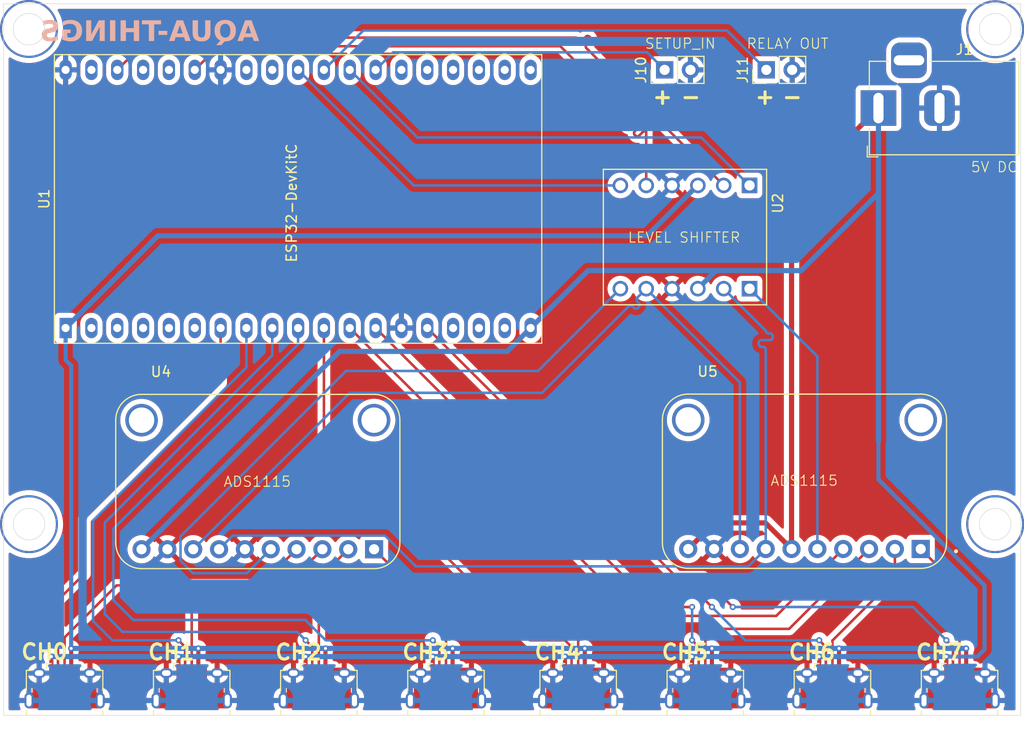
<source format=kicad_pcb>
(kicad_pcb (version 20240108) (generator "pcbnew") (generator_version "8.0")
  (layers (0 "F.Cu" signal) (31 "B.Cu" signal) (34 "B.Paste" user) (35 "F.Paste" user) (36 "B.SilkS" user "B.Silkscreen") (37 "F.SilkS" user "F.Silkscreen") (38 "B.Mask" user) (39 "F.Mask" user) (44 "Edge.Cuts" user))
  (net 0 "")
  (net 3 "/GND")
  (net 10 "/10")
  (net 20 "/SDA")
  (net 21 "/SCL")
  (net 22 "/5V")
  (net 23 "/3V3")
  (net 24 "/~{EN0}")
  (net 25 "/A0")
  (net 26 "/~{EN1}")
  (net 27 "/A1")
  (net 28 "/~{EN2}")
  (net 29 "/A2")
  (net 30 "/A3")
  (net 31 "/~{EN3}")
  (net 32 "/A4")
  (net 33 "/~{EN4}")
  (net 34 "/~{EN6}")
  (net 35 "/A6")
  (net 36 "/A5")
  (net 37 "/~{EN5}")
  (net 38 "/A7")
  (net 39 "/~{EN7}")
  (net 40 "/ALRT2_H")
  (net 41 "/ALRT1")
  (net 42 "/ALRT1_H")
  (net 43 "/SETUP_IN")
  (net 44 "/ACTUATE_OUT")
  (net 45 "/ALRT2")
  (net 46 "/SDA_H")
  (net 47 "/SCL_H")
  (footprint "Connector_PinHeader_2.54mm:PinHeader_1x02_P2.54mm_Vertical" (layer "F.Cu") (at 100 31.5 90)
    (property "Reference" "J11")
    (property "Value" "Pin Header" (hide yes))
  )
  (footprint "Connector_USB:USB_Micro-B_Amphenol_10118194_Horizontal" (layer "F.Cu") (at 56 92.25)
    (property "Reference" "J4" (hide yes))
    (property "Value" "CH2")
  )
  (footprint "Connector_USB:USB_Micro-B_Amphenol_10118194_Horizontal" (layer "F.Cu") (at 106.5 92.25)
    (property "Reference" "J8" (hide yes))
    (property "Value" "CH6")
  )
  (footprint "Connector_USB:USB_Micro-B_Amphenol_10118194_Horizontal" (layer "F.Cu") (at 119 92.25)
    (property "Reference" "J9" (hide yes))
    (property "Value" "CH7")
  )
  (footprint "Connector_USB:USB_Micro-B_Amphenol_10118194_Horizontal" (layer "F.Cu") (at 31 92.25)
    (property "Reference" "J2" (hide yes))
    (property "Value" "CH0")
  )
  (footprint "Connector_USB:USB_Micro-B_Amphenol_10118194_Horizontal" (layer "F.Cu") (at 81.5 92.25)
    (property "Reference" "J6" (hide yes))
    (property "Value" "CH4")
  )
  (footprint "PCM_Espressif:ESP32-DevKitC" (layer "F.Cu") (at 30 30 90)
    (property "Reference" "U1")
    (property "Value" "ESP32-DevKitC")
  )
  (footprint "Connector_USB:USB_Micro-B_Amphenol_10118194_Horizontal" (layer "F.Cu") (at 43.5 92.25)
    (property "Reference" "J3" (hide yes))
    (property "Value" "CH1")
  )
  (footprint "Connector_USB:USB_Micro-B_Amphenol_10118194_Horizontal" (layer "F.Cu") (at 94 92.25)
    (property "Reference" "J7" (hide yes))
    (property "Value" "CH5")
  )
  (footprint "Connector_BarrelJack:BarrelJack_Horizontal" (layer "F.Cu") (at 111.025 35.2575 180)
    (property "Reference" "J1")
    (property "Value" "DC 5V" (hide yes))
  )
  (footprint "Connector_PinHeader_2.54mm:PinHeader_1x02_P2.54mm_Vertical" (layer "F.Cu") (at 90 31.5 90)
    (property "Reference" "J10")
    (property "Value" "Pin Header" (hide yes))
  )
  (footprint "BOB-12009:CONV_BOB-12009" (layer "F.Cu") (at 92 47.95 -90)
    (property "Reference" "U2")
    (property "Value" "I2C LVL SHIFTER" (hide yes))
  )
  (footprint "ZC261500:MODULE_ZC261500" (layer "F.Cu") (at 103.75 71.975)
    (property "Reference" "U5")
    (property "Value" "ADS1115")
  )
  (footprint "Connector_USB:USB_Micro-B_Amphenol_10118194_Horizontal" (layer "F.Cu") (at 68.5 92.25)
    (property "Reference" "J5" (hide yes))
    (property "Value" "CH3")
  )
  (footprint "ZC261500:MODULE_ZC261500" (layer "F.Cu") (at 50 72)
    (property "Reference" "U4")
    (property "Value" "ADS1115")
  )
  (gr_circle (center 27.5 27.475) (end 30.25 27.475) (stroke (width 0.2)) (fill none) (layer "F.Cu"))
  (gr_circle (center 122.5 76.2) (end 125.25 76.2) (stroke (width 0.2)) (fill none) (layer "F.Cu"))
  (gr_circle (center 27.5 76.2) (end 30.25 76.2) (stroke (width 0.2)) (fill none) (layer "F.Cu"))
  (gr_circle (center 122.5 27.5) (end 125.25 27.5) (stroke (width 0.2)) (fill none) (layer "F.Cu"))
  (gr_circle (center 27.5 27.475) (end 24.75 27.475) (stroke (width 0.2)) (fill none) (layer "B.Cu"))
  (gr_circle (center 27.5 76.2) (end 24.75 76.2) (stroke (width 0.2)) (fill none) (layer "B.Cu"))
  (gr_circle (center 122.5 76.2) (end 119.75 76.2) (stroke (width 0.2)) (fill none) (layer "B.Cu"))
  (gr_circle (center 122.5 27.5) (end 119.75 27.5) (stroke (width 0.2)) (fill none) (layer "B.Cu"))
  (gr_rect (start 25 25) (end 125 95) (stroke (width 0.05)) (fill none) (layer "Edge.Cuts"))
  (gr_circle (center 122.5 76.2) (end 120.949798 76.2) (stroke (width 0.05)) (fill none) (layer "Edge.Cuts"))
  (gr_circle (center 27.5 27.5) (end 25.95 27.5) (stroke (width 0.05)) (fill none) (layer "Edge.Cuts"))
  (gr_circle (center 122.5 27.5) (end 120.95 27.525) (stroke (width 0.05)) (fill none) (layer "Edge.Cuts"))
  (gr_circle (center 27.5 76.2) (end 25.95 76.2) (stroke (width 0.05)) (fill none) (layer "Edge.Cuts"))
  (gr_text "AQUA-THINGS" (at 50.15 29 -0) (layer "B.SilkS") (effects (font (size 2 2) (thickness 0.1)) (justify left bottom mirror)))
  (gr_text "CH5" (at 89.55 89.675 0) (layer "F.SilkS") (effects (font (size 1.5 1.5) (thickness 0.3) (bold yes)) (justify left bottom)))
  (gr_text "CH7" (at 114.55 89.675 0) (layer "F.SilkS") (effects (font (size 1.5 1.5) (thickness 0.3) (bold yes)) (justify left bottom)))
  (gr_text "ADS1115" (at 100.35 72.5 -0) (layer "F.SilkS") (effects (font (size 1 1) (thickness 0.1)) (justify left bottom)))
  (gr_text "+" (at 101 35 0) (layer "F.SilkS") (effects (font (size 1.5 1.5) (thickness 0.3) (bold yes)) (justify left bottom mirror)))
  (gr_text "5V DC" (at 120.05 41.65 -0) (layer "F.SilkS") (effects (font (size 1 1) (thickness 0.1)) (justify left bottom)))
  (gr_text "SETUP_IN\n" (at 88 29.5 0) (layer "F.SilkS") (effects (font (size 1 1) (thickness 0.1)) (justify left bottom)))
  (gr_text "-" (at 103.675 35 0) (layer "F.SilkS") (effects (font (size 1.5 1.5) (thickness 0.3) (bold yes)) (justify left bottom mirror)))
  (gr_text "CH3" (at 64.05 89.675 0) (layer "F.SilkS") (effects (font (size 1.5 1.5) (thickness 0.3) (bold yes)) (justify left bottom)))
  (gr_text "CH4" (at 77.05 89.675 0) (layer "F.SilkS") (effects (font (size 1.5 1.5) (thickness 0.3) (bold yes)) (justify left bottom)))
  (gr_text "LEVEL SHIFTER" (at 86.325 48.575 -0) (layer "F.SilkS") (effects (font (size 1 1) (thickness 0.1)) (justify left bottom)))
  (gr_text "CH0" (at 26.575 89.65 0) (layer "F.SilkS") (effects (font (size 1.5 1.5) (thickness 0.3) (bold yes)) (justify left bottom)))
  (gr_text "CH2" (at 51.55 89.675 0) (layer "F.SilkS") (effects (font (size 1.5 1.5) (thickness 0.3) (bold yes)) (justify left bottom)))
  (gr_text "ADS1115" (at 46.575 72.6 -0) (layer "F.SilkS") (effects (font (size 1 1) (thickness 0.1)) (justify left bottom)))
  (gr_text "CH1" (at 39.05 89.675 0) (layer "F.SilkS") (effects (font (size 1.5 1.5) (thickness 0.3) (bold yes)) (justify left bottom)))
  (gr_text "RELAY OUT" (at 98 29.5 0) (layer "F.SilkS") (effects (font (size 1 1) (thickness 0.1)) (justify left bottom)))
  (gr_text "CH6" (at 102.05 89.675 0) (layer "F.SilkS") (effects (font (size 1.5 1.5) (thickness 0.3) (bold yes)) (justify left bottom)))
  (gr_text "-" (at 93.7 35 0) (layer "F.SilkS") (effects (font (size 1.5 1.5) (thickness 0.3) (bold yes)) (justify left bottom mirror)))
  (gr_text "+" (at 90.925 35 0) (layer "F.SilkS") (effects (font (size 1.5 1.5) (thickness 0.3) (bold yes)) (justify left bottom mirror)))
  (segment (start 83.925 90.52) (end 83.125 90.52) (width 0.4064) (layer "F.Cu") (net 3))
  (segment (start 70.125 90.52) (end 69.8 90.845) (width 0.4064) (layer "F.Cu") (net 3))
  (segment (start 108.125 90.52) (end 107.8 90.845) (width 0.4064) (layer "F.Cu") (net 3))
  (segment (start 95.625 90.52) (end 95.3 90.845) (width 0.4064) (layer "F.Cu") (net 3))
  (segment (start 120.625 90.52) (end 120.3 90.845) (width 0.4064) (layer "F.Cu") (net 3))
  (segment (start 96.425 90.52) (end 95.625 90.52) (width 0.4064) (layer "F.Cu") (net 3))
  (segment (start 70.925 90.52) (end 70.125 90.52) (width 0.4064) (layer "F.Cu") (net 3))
  (segment (start 58.425 90.52) (end 57.625 90.52) (width 0.4064) (layer "F.Cu") (net 3))
  (segment (start 83.125 90.52) (end 82.8 90.845) (width 0.4064) (layer "F.Cu") (net 3))
  (segment (start 41.025 78.5825) (end 41.11 78.6675) (width 0.508) (layer "F.Cu") (net 3))
  (segment (start 108.925 90.52) (end 108.125 90.52) (width 0.4064) (layer "F.Cu") (net 3))
  (segment (start 121.425 90.52) (end 120.625 90.52) (width 0.4064) (layer "F.Cu") (net 3))
  (segment (start 57.625 90.52) (end 57.3 90.845) (width 0.4064) (layer "F.Cu") (net 3))
  (segment (start 95.81 42.86) (end 95.81 42.87) (width 0.25) (layer "F.Cu") (net 20))
  (segment (start 82.420751 29.470751) (end 95.81 42.86) (width 0.25) (layer "F.Cu") (net 20))
  (segment (start 36.18 31.5) (end 39.355 28.325) (width 0.25) (layer "F.Cu") (net 20))
  (segment (start 82.313831 29.363832) (end 82.398685 29.448685) (width 0.25) (layer "F.Cu") (net 20))
  (segment (start 39.355 28.325) (end 81.275 28.325) (width 0.25) (layer "F.Cu") (net 20))
  (segment (start 81.275 28.325) (end 81.550157 28.600157) (width 0.25) (layer "F.Cu") (net 20))
  (segment (start 82.398685 29.448685) (end 82.420751 29.470751) (width 0.25) (layer "F.Cu") (net 20))
  (segment (start 81.889569 28.600158) (end 82.257263 28.232461) (width 0.25) (layer "F.Cu") (net 20))
  (segment (start 82.681527 28.656726) (end 82.31383 29.02442) (width 0.25) (layer "F.Cu") (net 20))
  (segment (start 82.596675 28.232462) (end 82.681527 28.317314) (width 0.25) (layer "F.Cu") (net 20))
  (arc (start 82.681527 28.317314) (mid 82.751821 28.487019) (end 82.681527 28.656726) (width 0.25) (layer "F.Cu") (net 20))
  (arc (start 82.257263 28.232461) (mid 82.426969 28.162168) (end 82.596675 28.232462) (width 0.25) (layer "F.Cu") (net 20))
  (arc (start 81.550157 28.600157) (mid 81.719863 28.670451) (end 81.889569 28.600158) (width 0.25) (layer "F.Cu") (net 20))
  (arc (start 82.31383 29.02442) (mid 82.243537 29.194126) (end 82.313831 29.363832) (width 0.25) (layer "F.Cu") (net 20))
  (segment (start 95.795 42.87) (end 95.81 42.87) (width 0.25) (layer "B.Cu") (net 20))
  (segment (start 85.050429 34.475428) (end 85.050428 34.475428) (width 0.25) (layer "F.Cu") (net 21))
  (segment (start 85.474695 34.899696) (end 85.474695 34.899695) (width 0.25) (layer "F.Cu") (net 21))
  (segment (start 85.446415 36.285629) (end 85.361562 36.200776) (width 0.25) (layer "F.Cu") (net 21))
  (segment (start 87.171761 36.596762) (end 87.171761 36.596761) (width 0.25) (layer "F.Cu") (net 21))
  (segment (start 46.125 29.175) (end 43.8 31.5) (width 0.25) (layer "F.Cu") (net 21))
  (segment (start 85.898962 35.323961) (end 85.898961 35.323961) (width 0.25) (layer "F.Cu") (net 21))
  (segment (start 86.294948 37.134162) (end 86.210095 37.049309) (width 0.25) (layer "F.Cu") (net 21))
  (segment (start 86.210095 36.709897) (end 86.747495 36.172494) (width 0.25) (layer "F.Cu") (net 21))
  (segment (start 86.86063 35.210828) (end 86.323228 35.748229) (width 0.25) (layer "F.Cu") (net 21))
  (segment (start 85.163564 33.513762) (end 84.795868 33.881457) (width 0.25) (layer "F.Cu") (net 21))
  (segment (start 87.426322 37.190733) (end 87.596028 37.021027) (width 0.25) (layer "F.Cu") (net 21))
  (segment (start 85.220133 34.305722) (end 85.587829 33.938026) (width 0.25) (layer "F.Cu") (net 21))
  (segment (start 84.048786 33.473786) (end 79.75 29.175) (width 0.25) (layer "F.Cu") (net 21))
  (segment (start 86.323228 35.748228) (end 85.785825 36.285628) (width 0.25) (layer "F.Cu") (net 21))
  (segment (start 87.596028 37.021027) (end 87.596027 37.021027) (width 0.25) (layer "F.Cu") (net 21))
  (segment (start 86.323228 35.748229) (end 86.323228 35.748228) (width 0.25) (layer "F.Cu") (net 21))
  (segment (start 84.371605 33.796605) (end 84.048786 33.473786) (width 0.25) (layer "F.Cu") (net 21))
  (segment (start 86.012097 34.362295) (end 85.474695 34.899696) (width 0.25) (layer "F.Cu") (net 21))
  (segment (start 87.596027 37.021027) (end 88.133428 36.483625) (width 0.25) (layer "F.Cu") (net 21))
  (segment (start 85.050428 34.475428) (end 85.220133 34.305722) (width 0.25) (layer "F.Cu") (net 21))
  (segment (start 87.284895 35.295681) (end 87.200042 35.210828) (width 0.25) (layer "F.Cu") (net 21))
  (segment (start 86.436362 34.447148) (end 86.351509 34.362295) (width 0.25) (layer "F.Cu") (net 21))
  (segment (start 84.513029 35.012831) (end 85.050429 34.475428) (width 0.25) (layer "F.Cu") (net 21))
  (segment (start 84.597882 35.437096) (end 84.513029 35.352243) (width 0.25) (layer "F.Cu") (net 21))
  (segment (start 88.19 42.87) (end 88.19 37.615) (width 0.25) (layer "F.Cu") (net 21))
  (segment (start 85.898961 35.323961) (end 86.436362 34.786559) (width 0.25) (layer "F.Cu") (net 21))
  (segment (start 88.133428 36.144214) (end 88.048575 36.059361) (width 0.25) (layer "F.Cu") (net 21))
  (segment (start 86.747494 36.172494) (end 87.284895 35.635092) (width 0.25) (layer "F.Cu") (net 21))
  (segment (start 79.75 29.175) (end 46.125 29.175) (width 0.25) (layer "F.Cu") (net 21))
  (segment (start 87.171761 36.596761) (end 86.634358 37.134161) (width 0.25) (layer "F.Cu") (net 21))
  (segment (start 87.850588 37.615) (end 87.482891 37.982694) (width 0.25) (layer "F.Cu") (net 21))
  (segment (start 84.456457 33.881457) (end 84.371605 33.796605) (width 0.25) (layer "F.Cu") (net 21))
  (segment (start 87.709163 36.059361) (end 87.171761 36.596762) (width 0.25) (layer "F.Cu") (net 21))
  (segment (start 87.058628 37.55843) (end 87.426322 37.190733) (width 0.25) (layer "F.Cu") (net 21))
  (segment (start 85.361562 35.861364) (end 85.898962 35.323961) (width 0.25) (layer "F.Cu") (net 21))
  (segment (start 87.143481 37.982695) (end 87.058628 37.897842) (width 0.25) (layer "F.Cu") (net 21))
  (segment (start 85.587829 33.598615) (end 85.502976 33.513762) (width 0.25) (layer "F.Cu") (net 21))
  (segment (start 85.474695 34.899695) (end 84.937292 35.437095) (width 0.25) (layer "F.Cu") (net 21))
  (segment (start 86.747495 36.172494) (end 86.747494 36.172494) (width 0.25) (layer "F.Cu") (net 21))
  (arc (start 87.284895 35.635092) (mid 87.35519 35.465386) (end 87.284895 35.295681) (width 0.25) (layer "F.Cu") (net 21))
  (arc (start 87.200042 35.210828) (mid 87.030336 35.140533) (end 86.86063 35.210828) (width 0.25) (layer "F.Cu") (net 21))
  (arc (start 85.502976 33.513762) (mid 85.33327 33.443467) (end 85.163564 33.513762) (width 0.25) (layer "F.Cu") (net 21))
  (arc (start 87.482891 37.982694) (mid 87.313186 38.05299) (end 87.143481 37.982695) (width 0.25) (layer "F.Cu") (net 21))
  (arc (start 88.048575 36.059361) (mid 87.878869 35.989066) (end 87.709163 36.059361) (width 0.25) (layer "F.Cu") (net 21))
  (arc (start 87.058628 37.897842) (mid 86.988332 37.728135) (end 87.058628 37.55843) (width 0.25) (layer "F.Cu") (net 21))
  (arc (start 86.436362 34.786559) (mid 86.506657 34.616853) (end 86.436362 34.447148) (width 0.25) (layer "F.Cu") (net 21))
  (arc (start 84.513029 35.352243) (mid 84.442733 35.182536) (end 84.513029 35.012831) (width 0.25) (layer "F.Cu") (net 21))
  (arc (start 86.634358 37.134161) (mid 86.464653 37.204457) (end 86.294948 37.134162) (width 0.25) (layer "F.Cu") (net 21))
  (arc (start 85.785825 36.285628) (mid 85.61612 36.355924) (end 85.446415 36.285629) (width 0.25) (layer "F.Cu") (net 21))
  (arc (start 88.19 37.615) (mid 88.020293 37.544704) (end 87.850588 37.615) (width 0.25) (layer "F.Cu") (net 21))
  (arc (start 85.587829 33.938026) (mid 85.658124 33.76832) (end 85.587829 33.598615) (width 0.25) (layer "F.Cu") (net 21))
  (arc (start 86.210095 37.049309) (mid 86.139799 36.879602) (end 86.210095 36.709897) (width 0.25) (layer "F.Cu") (net 21))
  (arc (start 84.795868 33.881457) (mid 84.626162 33.951752) (end 84.456457 33.881457) (width 0.25) (layer "F.Cu") (net 21))
  (arc (start 86.351509 34.362295) (mid 86.181803 34.292) (end 86.012097 34.362295) (width 0.25) (layer "F.Cu") (net 21))
  (arc (start 85.361562 36.200776) (mid 85.291266 36.031069) (end 85.361562 35.861364) (width 0.25) (layer "F.Cu") (net 21))
  (arc (start 84.937292 35.437095) (mid 84.767587 35.507391) (end 84.597882 35.437096) (width 0.25) (layer "F.Cu") (net 21))
  (arc (start 88.133428 36.483625) (mid 88.203723 36.313919) (end 88.133428 36.144214) (width 0.25) (layer "F.Cu") (net 21))
  (segment (start 54.7 90.845) (end 54.7 89.226603) (width 0.4064) (layer "F.Cu") (net 22))
  (segment (start 80.2 90.845) (end 80.2 89.226603) (width 0.4064) (layer "F.Cu") (net 22))
  (segment (start 67.2 90.845) (end 67.2 89.226603) (width 0.4064) (layer "F.Cu") (net 22))
  (segment (start 102.48 43.8025) (end 111.025 35.2575) (width 0.508) (layer "F.Cu") (net 22))
  (segment (start 42.2 89.226603) (end 42.2016 89.225003) (width 0.4064) (layer "F.Cu") (net 22))
  (segment (start 105.2 90.845) (end 105.2 89.226603) (width 0.4064) (layer "F.Cu") (net 22))
  (segment (start 54.7 89.226603) (end 54.7016 89.225003) (width 0.4064) (layer "F.Cu") (net 22))
  (segment (start 29.7 90.845) (end 29.7 89.225003) (width 0.4064) (layer "F.Cu") (net 22))
  (segment (start 99.9125 76.075) (end 94.8875 76.075) (width 0.508) (layer "F.Cu") (net 22))
  (segment (start 94.8875 76.075) (end 92.32 78.6425) (width 0.508) (layer "F.Cu") (net 22))
  (segment (start 102.48 78.6425) (end 102.48 43.8025) (width 0.508) (layer "F.Cu") (net 22))
  (segment (start 105.2 89.226603) (end 105.2016 89.225003) (width 0.4064) (layer "F.Cu") (net 22))
  (segment (start 42.2 90.845) (end 42.2 89.226603) (width 0.4064) (layer "F.Cu") (net 22))
  (segment (start 67.2 89.226603) (end 67.2016 89.225003) (width 0.4064) (layer "F.Cu") (net 22))
  (segment (start 117.7 90.845) (end 117.7 89.226603) (width 0.4064) (layer "F.Cu") (net 22))
  (segment (start 80.2 89.226603) (end 80.2016 89.225003) (width 0.4064) (layer "F.Cu") (net 22))
  (segment (start 117.7 89.226603) (end 117.7016 89.225003) (width 0.4064) (layer "F.Cu") (net 22))
  (segment (start 92.7 89.226603) (end 92.7016 89.225003) (width 0.4064) (layer "F.Cu") (net 22))
  (segment (start 92.7 90.845) (end 92.7 89.226603) (width 0.4064) (layer "F.Cu") (net 22))
  (segment (start 102.48 78.6425) (end 99.9125 76.075) (width 0.508) (layer "F.Cu") (net 22))
  (via (at 67.2016 89.225003) (size 0.6) (drill 0.3) (layers "F.Cu" "B.Cu") (net 22))
  (via (at 42.2016 89.225003) (size 0.6) (drill 0.3) (layers "F.Cu" "B.Cu") (net 22))
  (via (at 54.7016 89.225003) (size 0.6) (drill 0.3) (layers "F.Cu" "B.Cu") (net 22))
  (via (at 105.2016 89.225003) (size 0.6) (drill 0.3) (layers "F.Cu" "B.Cu") (net 22))
  (via (at 29.7 89.225003) (size 0.6) (drill 0.3) (layers "F.Cu" "B.Cu") (net 22))
  (via (at 80.2016 89.225003) (size 0.6) (drill 0.3) (layers "F.Cu" "B.Cu") (net 22))
  (via (at 92.7016 89.225003) (size 0.6) (drill 0.3) (layers "F.Cu" "B.Cu") (net 22))
  (via (at 117.7016 89.225003) (size 0.6) (drill 0.3) (layers "F.Cu" "B.Cu") (net 22))
  (segment (start 111.025 35.3) (end 111.025 43.65) (width 0.508) (layer "B.Cu") (net 22))
  (segment (start 93.27 53.03) (end 95.025 51.275) (width 0.508) (layer "B.Cu") (net 22))
  (segment (start 95.025 51.275) (end 95.025 51.25) (width 0.508) (layer "B.Cu") (net 22))
  (segment (start 121.45 88.525) (end 121.45 82.225) (width 0.4064) (layer "B.Cu") (net 22))
  (segment (start 82.47 51.25) (end 76.82 56.9) (width 0.508) (layer "B.Cu") (net 22))
  (segment (start 111.025 43.65) (end 111.025 68) (width 0.508) (layer "B.Cu") (net 22))
  (segment (start 111.025 71.8) (end 111.025 68) (width 0.4064) (layer "B.Cu") (net 22))
  (segment (start 95.025 51.25) (end 93.4 51.25) (width 0.508) (layer "B.Cu") (net 22))
  (segment (start 120.749997 89.225003) (end 121.45 88.525) (width 0.4064) (layer "B.Cu") (net 22))
  (segment (start 103.425 51.25) (end 95.025 51.25) (width 0.508) (layer "B.Cu") (net 22))
  (segment (start 54.7016 89.225003) (end 42.2016 89.225003) (width 0.508) (layer "B.Cu") (net 22))
  (segment (start 111.632 34.65) (end 111.025 35.2575) (width 0.25) (layer "B.Cu") (net 22))
  (segment (start 111.025 43.65) (end 103.425 51.25) (width 0.508) (layer "B.Cu") (net 22))
  (segment (start 76.82 56.9) (end 76.82 56.905) (width 0.25) (layer "B.Cu") (net 22))
  (segment (start 80.2016 89.225003) (end 67.2016 89.225003) (width 0.508) (layer "B.Cu") (net 22))
  (segment (start 74.525 59.2) (end 76.82 56.905) (width 0.508) (layer "B.Cu") (net 22))
  (segment (start 76.825 56.9) (end 76.82 56.9) (width 0.25) (layer "B.Cu") (net 22))
  (segment (start 58.0375 59.2) (end 74.525 59.2) (width 0.508) (layer "B.Cu") (net 22))
  (segment (start 105.2016 89.225003) (end 92.7016 89.225003) (width 0.508) (layer "B.Cu") (net 22))
  (segment (start 121.45 82.225) (end 111.025 71.8) (width 0.4064) (layer "B.Cu") (net 22))
  (segment (start 117.7016 89.225003) (end 120.749997 89.225003) (width 0.4064) (layer "B.Cu") (net 22))
  (segment (start 117.7016 89.225003) (end 105.2016 89.225003) (width 0.508) (layer "B.Cu") (net 22))
  (segment (start 42.2016 89.225003) (end 29.7 89.225003) (width 0.508) (layer "B.Cu") (net 22))
  (segment (start 112.25 34.65) (end 111.632 34.65) (width 0.25) (layer "B.Cu") (net 22))
  (segment (start 38.525 78.6225) (end 38.57 78.6675) (width 0.508) (layer "B.Cu") (net 22))
  (segment (start 111.025 35.2575) (end 111.025 35.3) (width 0.508) (layer "B.Cu") (net 22))
  (segment (start 92.7016 89.225003) (end 80.2016 89.225003) (width 0.508) (layer "B.Cu") (net 22))
  (segment (start 111.025 35.2575) (end 111.025 35.3) (width 0.25) (layer "B.Cu") (net 22))
  (segment (start 38.57 78.6675) (end 58.0375 59.2) (width 0.508) (layer "B.Cu") (net 22))
  (segment (start 93.4 51.25) (end 82.47 51.25) (width 0.508) (layer "B.Cu") (net 22))
  (segment (start 67.2016 89.225003) (end 54.7016 89.225003) (width 0.508) (layer "B.Cu") (net 22))
  (segment (start 94.65 90.845) (end 94.65 88.425) (width 0.4064) (layer "F.Cu") (net 23))
  (segment (start 82.15 90.845) (end 82.15 88.425) (width 0.4064) (layer "F.Cu") (net 23))
  (segment (start 31.65 88.4266) (end 31.6484 88.425) (width 0.4064) (layer "F.Cu") (net 23))
  (segment (start 44.15 90.845) (end 44.15 88.425) (width 0.4064) (layer "F.Cu") (net 23))
  (segment (start 31.65 90.845) (end 31.65 88.4266) (width 0.4064) (layer "F.Cu") (net 23))
  (segment (start 119.65 90.845) (end 119.65 88.425) (width 0.4064) (layer "F.Cu") (net 23))
  (segment (start 69.15 90.845) (end 69.15 88.425) (width 0.4064) (layer "F.Cu") (net 23))
  (segment (start 107.15 90.845) (end 107.15 88.425) (width 0.4064) (layer "F.Cu") (net 23))
  (segment (start 56.65 90.845) (end 56.65 88.425) (width 0.4064) (layer "F.Cu") (net 23))
  (via (at 31.6484 88.425) (size 0.6) (drill 0.3) (layers "F.Cu" "B.Cu") (net 23))
  (via (at 119.65 88.425) (size 0.6) (drill 0.3) (layers "F.Cu" "B.Cu") (net 23))
  (via (at 82.15 88.425) (size 0.6) (drill 0.3) (layers "F.Cu" "B.Cu") (net 23))
  (via (at 94.65 88.425) (size 0.6) (drill 0.3) (layers "F.Cu" "B.Cu") (net 23))
  (via (at 44.15 88.425) (size 0.6) (drill 0.3) (layers "F.Cu" "B.Cu") (net 23))
  (via (at 107.15 88.425) (size 0.6) (drill 0.3) (layers "F.Cu" "B.Cu") (net 23))
  (via (at 69.15 88.425) (size 0.6) (drill 0.3) (layers "F.Cu" "B.Cu") (net 23))
  (via (at 56.65 88.425) (size 0.6) (drill 0.3) (layers "F.Cu" "B.Cu") (net 23))
  (segment (start 93.27 42.87) (end 93.23 42.87) (width 0.508) (layer "B.Cu") (net 23))
  (segment (start 31.6484 88.425) (end 31.6484 60.8766) (width 0.4064) (layer "B.Cu") (net 23))
  (segment (start 69.15 88.425) (end 56.65 88.425) (width 0.508) (layer "B.Cu") (net 23))
  (segment (start 31.1 60.05) (end 31.1 56.9) (width 0.4064) (layer "B.Cu") (net 23))
  (segment (start 107.15 88.425) (end 119.65 88.425) (width 0.508) (layer "B.Cu") (net 23))
  (segment (start 31.65 60.875) (end 31.65 60.6) (width 0.4064) (layer "B.Cu") (net 23))
  (segment (start 44.15 88.425) (end 56.65 88.425) (width 0.508) (layer "B.Cu") (net 23))
  (segment (start 31.65 60.6) (end 31.1 60.05) (width 0.4064) (layer "B.Cu") (net 23))
  (segment (start 93.23 42.87) (end 88.275 47.825) (width 0.508) (layer "B.Cu") (net 23))
  (segment (start 107.15 88.425) (end 94.65 88.425) (width 0.508) (layer "B.Cu") (net 23))
  (segment (start 31.6484 60.8766) (end 31.65 60.875) (width 0.4064) (layer "B.Cu") (net 23))
  (segment (start 94.65 88.425) (end 82.15 88.425) (width 0.508) (layer "B.Cu") (net 23))
  (segment (start 40.175 47.825) (end 31.1 56.9) (width 0.508) (layer "B.Cu") (net 23))
  (segment (start 31.6484 88.425) (end 44.15 88.425) (width 0.508) (layer "B.Cu") (net 23))
  (segment (start 82.15 88.425) (end 69.15 88.425) (width 0.508) (layer "B.Cu") (net 23))
  (segment (start 88.275 47.825) (end 40.175 47.825) (width 0.508) (layer "B.Cu") (net 23))
  (segment (start 32.95 81.075) (end 32.95 75.65) (width 0.25) (layer "F.Cu") (net 24))
  (segment (start 46.34 62.26) (end 46.34 56.9) (width 0.25) (layer "F.Cu") (net 24))
  (segment (start 30.35 83.675) (end 32.95 81.075) (width 0.25) (layer "F.Cu") (net 24))
  (segment (start 32.95 75.65) (end 46.34 62.26) (width 0.25) (layer "F.Cu") (net 24))
  (segment (start 30.35 90.845) (end 30.35 83.675) (width 0.25) (layer "F.Cu") (net 24))
  (segment (start 50.2525 82.225) (end 53.81 78.6675) (width 0.25) (layer "F.Cu") (net 25))
  (segment (start 36.114516 82.225) (end 50.2525 82.225) (width 0.25) (layer "F.Cu") (net 25))
  (segment (start 31 90.845) (end 31 87.339516) (width 0.25) (layer "F.Cu") (net 25))
  (segment (start 31 87.339516) (end 36.114516 82.225) (width 0.25) (layer "F.Cu") (net 25))
  (segment (start 42.85 88.273397) (end 42.2016 87.624997) (width 0.25) (layer "F.Cu") (net 26))
  (segment (start 42.85 90.845) (end 42.85 88.273397) (width 0.25) (layer "F.Cu") (net 26))
  (via (at 42.2016 87.624997) (size 0.6) (drill 0.3) (layers "F.Cu" "B.Cu") (net 26))
  (segment (start 48.88 60.77) (end 48.88 56.9) (width 0.25) (layer "B.Cu") (net 26))
  (segment (start 33.8 75.85) (end 48.88 60.77) (width 0.25) (layer "B.Cu") (net 26))
  (segment (start 42.2016 87.624997) (end 35.699997 87.624997) (width 0.25) (layer "B.Cu") (net 26))
  (segment (start 33.8 85.725) (end 33.8 75.85) (width 0.25) (layer "B.Cu") (net 26))
  (segment (start 35.699997 87.624997) (end 33.8 85.725) (width 0.25) (layer "B.Cu") (net 26))
  (segment (start 51.5675 83.45) (end 56.35 78.6675) (width 0.25) (layer "F.Cu") (net 27))
  (segment (start 43.5 90.845) (end 43.5 84.725) (width 0.25) (layer "F.Cu") (net 27))
  (segment (start 44.775 83.45) (end 51.5675 83.45) (width 0.25) (layer "F.Cu") (net 27))
  (segment (start 43.5 84.725) (end 44.775 83.45) (width 0.25) (layer "F.Cu") (net 27))
  (segment (start 55.35 88.273397) (end 54.7016 87.624997) (width 0.25) (layer "F.Cu") (net 28))
  (segment (start 55.35 90.845) (end 55.35 88.273397) (width 0.25) (layer "F.Cu") (net 28))
  (via (at 54.7016 87.624997) (size 0.6) (drill 0.3) (layers "F.Cu" "B.Cu") (net 28))
  (segment (start 34.95 85.05) (end 34.95 76.05) (width 0.25) (layer "B.Cu") (net 28))
  (segment (start 53.876603 86.8) (end 36.7 86.8) (width 0.25) (layer "B.Cu") (net 28))
  (segment (start 34.95 76.05) (end 51.42 59.58) (width 0.25) (layer "B.Cu") (net 28))
  (segment (start 36.7 86.8) (end 34.95 85.05) (width 0.25) (layer "B.Cu") (net 28))
  (segment (start 51.42 59.58) (end 51.42 56.9) (width 0.25) (layer "B.Cu") (net 28))
  (segment (start 54.7016 87.624997) (end 53.876603 86.8) (width 0.25) (layer "B.Cu") (net 28))
  (segment (start 56 81.5575) (end 58.89 78.6675) (width 0.25) (layer "F.Cu") (net 29))
  (segment (start 56 90.845) (end 56 81.5575) (width 0.25) (layer "F.Cu") (net 29))
  (segment (start 68.5 90.845) (end 68.5 85.7375) (width 0.25) (layer "F.Cu") (net 30))
  (segment (start 68.5 85.7375) (end 61.43 78.6675) (width 0.25) (layer "F.Cu") (net 30))
  (segment (start 67.85 88.273397) (end 67.85 90.845) (width 0.25) (layer "F.Cu") (net 31))
  (segment (start 67.2016 87.624997) (end 67.85 88.273397) (width 0.25) (layer "F.Cu") (net 31))
  (via (at 67.2016 87.624997) (size 0.6) (drill 0.3) (layers "F.Cu" "B.Cu") (net 31))
  (segment (start 37.75 85.625) (end 54.675 85.625) (width 0.25) (layer "B.Cu") (net 31))
  (segment (start 35.8 83.675) (end 37.75 85.625) (width 0.25) (layer "B.Cu") (net 31))
  (segment (start 56.674997 87.624997) (end 67.2016 87.624997) (width 0.25) (layer "B.Cu") (net 31))
  (segment (start 35.8 76.65) (end 35.8 83.675) (width 0.25) (layer "B.Cu") (net 31))
  (segment (start 53.96 58.49) (end 35.8 76.65) (width 0.25) (layer "B.Cu") (net 31))
  (segment (start 53.96 56.9) (end 53.96 58.49) (width 0.25) (layer "B.Cu") (net 31))
  (segment (start 54.675 85.625) (end 56.674997 87.624997) (width 0.25) (layer "B.Cu") (net 31))
  (segment (start 81.5 90.845) (end 81.5 87.675) (width 0.25) (layer "F.Cu") (net 32))
  (segment (start 100.9775 85.225) (end 107.56 78.6425) (width 0.25) (layer "F.Cu") (net 32))
  (segment (start 81.5 87.675) (end 83.95 85.225) (width 0.25) (layer "F.Cu") (net 32))
  (segment (start 83.95 85.225) (end 100.9775 85.225) (width 0.25) (layer "F.Cu") (net 32))
  (segment (start 80.2016 87.624997) (end 76.749997 87.624997) (width 0.25) (layer "F.Cu") (net 33))
  (segment (start 56.5 67.375) (end 56.5 56.9) (width 0.25) (layer "F.Cu") (net 33))
  (segment (start 80.85 88.273397) (end 80.2016 87.624997) (width 0.25) (layer "F.Cu") (net 33))
  (segment (start 80.85 90.845) (end 80.85 88.273397) (width 0.25) (layer "F.Cu") (net 33))
  (segment (start 76.749997 87.624997) (end 56.5 67.375) (width 0.25) (layer "F.Cu") (net 33))
  (segment (start 105.85 90.845) (end 105.85 88.273397) (width 0.25) (layer "F.Cu") (net 34))
  (segment (start 105.85 88.273397) (end 105.2016 87.624997) (width 0.25) (layer "F.Cu") (net 34))
  (segment (start 92.95 82.65) (end 94.65 84.35) (width 0.25) (layer "F.Cu") (net 34))
  (segment (start 61.58 56.9) (end 87.33 82.65) (width 0.25) (layer "F.Cu") (net 34))
  (segment (start 87.33 82.65) (end 92.95 82.65) (width 0.25) (layer "F.Cu") (net 34))
  (via (at 94.65 84.35) (size 0.6) (drill 0.3) (layers "F.Cu" "B.Cu") (net 34))
  (via (at 105.2016 87.624997) (size 0.6) (drill 0.3) (layers "F.Cu" "B.Cu") (net 34))
  (segment (start 97.924997 87.624997) (end 94.65 84.35) (width 0.25) (layer "B.Cu") (net 34))
  (segment (start 105.2016 87.624997) (end 97.924997 87.624997) (width 0.25) (layer "B.Cu") (net 34))
  (segment (start 112.64 81.51) (end 112.64 78.6425) (width 0.25) (layer "F.Cu") (net 35))
  (segment (start 106.5 87.65) (end 112.64 81.51) (width 0.25) (layer "F.Cu") (net 35))
  (segment (start 106.5 90.845) (end 106.5 87.65) (width 0.25) (layer "F.Cu") (net 35))
  (segment (start 94 87.675) (end 95.175 86.5) (width 0.25) (layer "F.Cu") (net 36))
  (segment (start 102.2425 86.5) (end 110.1 78.6425) (width 0.25) (layer "F.Cu") (net 36))
  (segment (start 95.175 86.5) (end 102.2425 86.5) (width 0.25) (layer "F.Cu") (net 36))
  (segment (start 94 90.845) (end 94 87.675) (width 0.25) (layer "F.Cu") (net 36))
  (segment (start 93.35 88.273397) (end 92.7016 87.624997) (width 0.25) (layer "F.Cu") (net 37))
  (segment (start 93.35 90.845) (end 93.35 88.273397) (width 0.25) (layer "F.Cu") (net 37))
  (segment (start 86.49 84.35) (end 92.7016 84.35) (width 0.25) (layer "F.Cu") (net 37))
  (segment (start 59.04 56.9) (end 59.04 57.3) (width 0.25) (layer "F.Cu") (net 37))
  (segment (start 59.04 56.9) (end 86.49 84.35) (width 0.25) (layer "F.Cu") (net 37))
  (via (at 92.7016 84.35) (size 0.6) (drill 0.3) (layers "F.Cu" "B.Cu") (net 37))
  (via (at 92.7016 87.624997) (size 0.6) (drill 0.3) (layers "F.Cu" "B.Cu") (net 37))
  (segment (start 92.7016 87.624997) (end 92.7016 84.35) (width 0.25) (layer "B.Cu") (net 37))
  (segment (start 119 82.4625) (end 115.18 78.6425) (width 0.25) (layer "F.Cu") (net 38))
  (segment (start 119 90.845) (end 119 82.4625) (width 0.25) (layer "F.Cu") (net 38))
  (segment (start 118.35 90.845) (end 118.35 88.273397) (width 0.25) (layer "F.Cu") (net 39))
  (segment (start 93.775 81.425) (end 91.185 81.425) (width 0.25) (layer "F.Cu") (net 39))
  (segment (start 118.35 88.273397) (end 117.7016 87.624997) (width 0.25) (layer "F.Cu") (net 39))
  (segment (start 91.185 81.425) (end 66.66 56.9) (width 0.25) (layer "F.Cu") (net 39))
  (segment (start 96.7 84.35) (end 93.775 81.425) (width 0.25) (layer "F.Cu") (net 39))
  (via (at 117.7016 87.624997) (size 0.6) (drill 0.3) (layers "F.Cu" "B.Cu") (net 39))
  (via (at 96.7 84.35) (size 0.6) (drill 0.3) (layers "F.Cu" "B.Cu") (net 39))
  (segment (start 114.426603 84.35) (end 96.7 84.35) (width 0.25) (layer "B.Cu") (net 39))
  (segment (start 117.7016 87.624997) (end 114.426603 84.35) (width 0.25) (layer "B.Cu") (net 39))
  (segment (start 105.02 59.695) (end 98.355 53.03) (width 0.25) (layer "B.Cu") (net 40))
  (segment (start 98.355 53.03) (end 98.35 53.03) (width 0.25) (layer "B.Cu") (net 40))
  (segment (start 105.02 78.6425) (end 105.02 59.695) (width 0.25) (layer "B.Cu") (net 40))
  (segment (start 65.33 42.87) (end 85.65 42.87) (width 0.25) (layer "B.Cu") (net 41))
  (segment (start 53.96 31.5) (end 65.33 42.87) (width 0.25) (layer "B.Cu") (net 41))
  (segment (start 85.65 53.03) (end 85.645 53.03) (width 0.25) (layer "B.Cu") (net 42))
  (segment (start 58.675 61.125) (end 42.4 77.4) (width 0.25) (layer "B.Cu") (net 42))
  (segment (start 43.625 81.025) (end 48.9125 81.025) (width 0.25) (layer "B.Cu") (net 42))
  (segment (start 48.9125 81.025) (end 51.27 78.6675) (width 0.25) (layer "B.Cu") (net 42))
  (segment (start 85.645 53.03) (end 77.55 61.125) (width 0.25) (layer "B.Cu") (net 42))
  (segment (start 42.4 77.4) (end 42.4 79.8) (width 0.25) (layer "B.Cu") (net 42))
  (segment (start 77.55 61.125) (end 58.675 61.125) (width 0.25) (layer "B.Cu") (net 42))
  (segment (start 42.4 79.8) (end 43.625 81.025) (width 0.25) (layer "B.Cu") (net 42))
  (segment (start 63.305 29.775) (end 88.275 29.775) (width 0.25) (layer "B.Cu") (net 43))
  (segment (start 88.275 29.775) (end 90 31.5) (width 0.25) (layer "B.Cu") (net 43))
  (segment (start 61.58 31.5) (end 63.305 29.775) (width 0.25) (layer "B.Cu") (net 43))
  (segment (start 56.5 31.5) (end 60.375 27.625) (width 0.25) (layer "B.Cu") (net 44))
  (segment (start 96.125 27.625) (end 100 31.5) (width 0.25) (layer "B.Cu") (net 44))
  (segment (start 60.375 27.625) (end 96.125 27.625) (width 0.25) (layer "B.Cu") (net 44))
  (segment (start 93.6 38.15) (end 98.32 42.87) (width 0.25) (layer "B.Cu") (net 45))
  (segment (start 65.69 38.15) (end 93.6 38.15) (width 0.25) (layer "B.Cu") (net 45))
  (segment (start 98.32 42.87) (end 98.35 42.87) (width 0.25) (layer "B.Cu") (net 45))
  (segment (start 59.04 31.5) (end 65.69 38.15) (width 0.25) (layer "B.Cu") (net 45))
  (segment (start 95.81 53.03) (end 95.81 53.035) (width 0.25) (layer "B.Cu") (net 46))
  (segment (start 47.5325 77.325) (end 46.19 78.6675) (width 0.25) (layer "B.Cu") (net 46))
  (segment (start 99.93375 57.15875) (end 99.94 57.165) (width 0.25) (layer "B.Cu") (net 46))
  (segment (start 99.94 59.2) (end 99.94 78.6425) (width 0.25) (layer "B.Cu") (net 46))
  (segment (start 99.94 59.013) (end 99.94 59.145) (width 0.25) (layer "B.Cu") (net 46))
  (segment (start 62.5155 77.325) (end 47.5325 77.325) (width 0.25) (layer "B.Cu") (net 46))
  (segment (start 99.94 59.145) (end 99.94 59.2) (width 0.25) (layer "B.Cu") (net 46))
  (segment (start 99.25 58.353) (end 99.25 58.485) (width 0.25) (layer "B.Cu") (net 46))
  (segment (start 99.514 58.749) (end 99.676 58.749) (width 0.25) (layer "B.Cu") (net 46))
  (segment (start 65.5405 80.35) (end 62.5155 77.325) (width 0.25) (layer "B.Cu") (net 46))
  (segment (start 98.2325 80.35) (end 65.5405 80.35) (width 0.25) (layer "B.Cu") (net 46))
  (segment (start 100.366 58.089) (end 100.204 58.089) (width 0.25) (layer "B.Cu") (net 46))
  (segment (start 95.81 53.035) (end 99.93375 57.15875) (width 0.25) (layer "B.Cu") (net 46))
  (segment (start 100.204 58.089) (end 99.514 58.089) (width 0.25) (layer "B.Cu") (net 46))
  (segment (start 100.63 57.693) (end 100.63 57.825) (width 0.25) (layer "B.Cu") (net 46))
  (segment (start 99.94 78.6425) (end 98.2325 80.35) (width 0.25) (layer "B.Cu") (net 46))
  (segment (start 100.204 57.429) (end 100.366 57.429) (width 0.25) (layer "B.Cu") (net 46))
  (arc (start 99.676 58.749) (mid 99.862676 58.826324) (end 99.94 59.013) (width 0.25) (layer "B.Cu") (net 46))
  (arc (start 99.25 58.485) (mid 99.327324 58.671676) (end 99.514 58.749) (width 0.25) (layer "B.Cu") (net 46))
  (arc (start 99.514 58.089) (mid 99.327324 58.166324) (end 99.25 58.353) (width 0.25) (layer "B.Cu") (net 46))
  (arc (start 99.94 57.165) (mid 100.017324 57.351676) (end 100.204 57.429) (width 0.25) (layer "B.Cu") (net 46))
  (arc (start 100.366 57.429) (mid 100.552676 57.506324) (end 100.63 57.693) (width 0.25) (layer "B.Cu") (net 46))
  (arc (start 100.63 57.825) (mid 100.552676 58.011676) (end 100.366 58.089) (width 0.25) (layer "B.Cu") (net 46))
  (segment (start 87.466177 54.833627) (end 87.371424 54.928381) (width 0.25) (layer "B.Cu") (net 47))
  (segment (start 86.455015 54.769989) (end 86.360261 54.86474) (width 0.25) (layer "B.Cu") (net 47))
  (segment (start 88.19 53.03) (end 88.19 53.04) (width 0.25) (layer "B.Cu") (net 47))
  (segment (start 88.19 53.03) (end 88.19 53.035) (width 0.25) (layer "B.Cu") (net 47))
  (segment (start 86.360261 54.86474) (end 86.337974 54.887026) (width 0.25) (layer "B.Cu") (net 47))
  (segment (start 77.95 63.275) (end 59.0425 63.275) (width 0.25) (layer "B.Cu") (net 47))
  (segment (start 59.0425 63.275) (end 43.65 78.6675) (width 0.25) (layer "B.Cu") (net 47))
  (segment (start 86.337974 54.887026) (end 77.95 63.275) (width 0.25) (layer "B.Cu") (net 47))
  (segment (start 97.4 62.25) (end 97.4 78.6425) (width 0.25) (layer "B.Cu") (net 47))
  (segment (start 87.307785 54.296225) (end 87.466177 54.454617) (width 0.25) (layer "B.Cu") (net 47))
  (segment (start 88.19 53.04) (end 97.4 62.25) (width 0.25) (layer "B.Cu") (net 47))
  (segment (start 88.19 53.035) (end 87.307785 53.917215) (width 0.25) (layer "B.Cu") (net 47))
  (segment (start 86.992416 54.92838) (end 86.834025 54.769989) (width 0.25) (layer "B.Cu") (net 47))
  (arc (start 87.466177 54.454617) (mid 87.544672 54.644123) (end 87.466177 54.833627) (width 0.25) (layer "B.Cu") (net 47))
  (arc (start 87.307785 53.917215) (mid 87.229288 54.106721) (end 87.307785 54.296225) (width 0.25) (layer "B.Cu") (net 47))
  (arc (start 87.371424 54.928381) (mid 87.181921 55.006875) (end 86.992416 54.92838) (width 0.25) (layer "B.Cu") (net 47))
  (arc (start 86.834025 54.769989) (mid 86.644519 54.691494) (end 86.455015 54.769989) (width 0.25) (layer "B.Cu") (net 47))
  (zone (net 3) (net_name "/GND") (layers "F&B.Cu") (priority 1) (connect_pads (clearance 0.5)) (min_thickness 0.25) (fill yes (thermal_gap 0.5) (thermal_bridge_width 0.5))
    (polygon (pts (xy 124.9 25.1) (xy 25.1 25.1) (xy 25.1 94.9) (xy 124.9 94.9)))
  )
)
</source>
